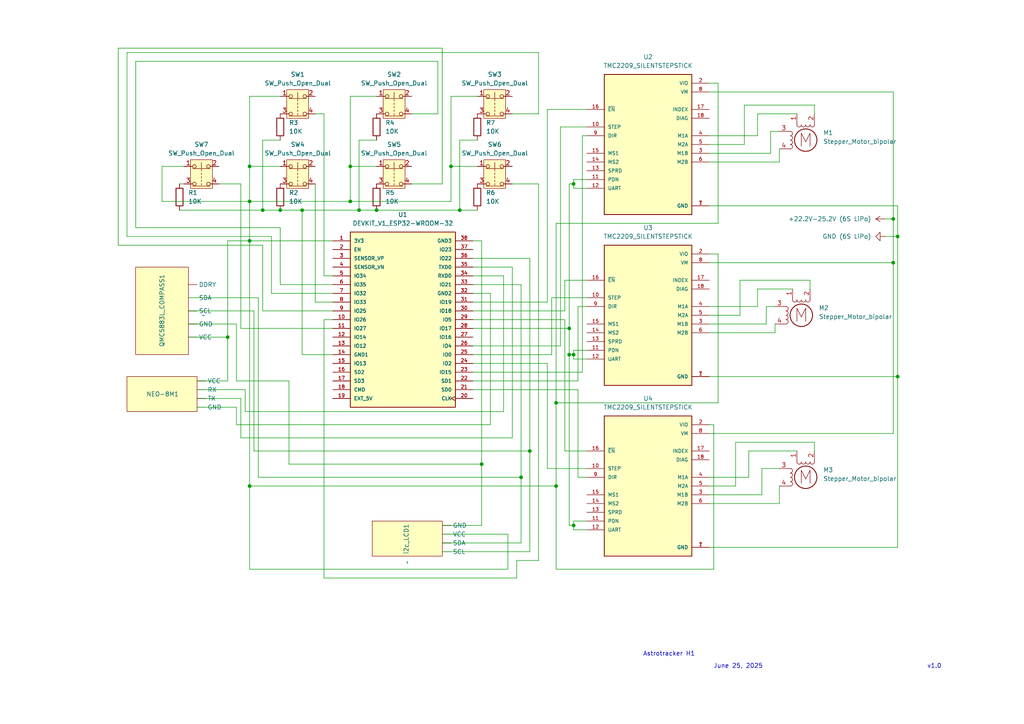
<source format=kicad_sch>
(kicad_sch (version 20250114) (generator "eeschema") (generator_version "9.0")
  (paper "A4")
  (lib_symbols
    (symbol "DEVKIT_V1_ESP32-WROOM-32:DEVKIT_V1_ESP32-WROOM-32" (pin_names (offset 1.016))
      (property "Reference" "U" (at -15.2572 26.0643 0))
      (property "Value" "DEVKIT_V1_ESP32-WROOM-32" (at -15.2563 -27.9698 0))
      (symbol "DEVKIT_V1_ESP32-WROOM-32_0_0"
        (rectangle (start -15.24 -25.4) (end 15.24 25.4) (stroke (width 0.254)) (fill (type background)))
        (pin power_in line (at -20.32 22.86 0) (length 5.08) (name "3V3") (number "1"))
        (pin input line (at -20.32 20.32 0) (length 5.08) (name "EN") (number "2"))
        (pin input line (at -20.32 17.78 0) (length 5.08) (name "SENSOR_VP") (number "3"))
        (pin input line (at -20.32 15.24 0) (length 5.08) (name "SENSOR_VN") (number "4"))
        (pin bidirectional line (at -20.32 12.7 0) (length 5.08) (name "IO34") (number "5"))
        (pin bidirectional line (at -20.32 10.16 0) (length 5.08) (name "IO35") (number "6"))
        (pin bidirectional line (at -20.32 7.62 0) (length 5.08) (name "IO32") (number "7"))
        (pin bidirectional line (at -20.32 5.08 0) (length 5.08) (name "IO33") (number "8"))
        (pin bidirectional line (at -20.32 2.54 0) (length 5.08) (name "IO25") (number "9"))
        (pin bidirectional line (at -20.32 0 0) (length 5.08) (name "IO26") (number "10"))
        (pin bidirectional line (at -20.32 -2.54 0) (length 5.08) (name "IO27") (number "11"))
        (pin bidirectional line (at -20.32 -5.08 0) (length 5.08) (name "IO14") (number "12"))
        (pin bidirectional line (at -20.32 -7.62 0) (length 5.08) (name "IO12") (number "13"))
        (pin power_in line (at -20.32 -10.16 0) (length 5.08) (name "GND1") (number "14"))
        (pin bidirectional line (at -20.32 -12.7 0) (length 5.08) (name "IO13") (number "15"))
        (pin bidirectional line (at -20.32 -15.24 0) (length 5.08) (name "SD2") (number "16"))
        (pin bidirectional line (at -20.32 -17.78 0) (length 5.08) (name "SD3") (number "17"))
        (pin bidirectional line (at -20.32 -20.32 0) (length 5.08) (name "CMD") (number "18"))
        (pin power_in line (at -20.32 -22.86 0) (length 5.08) (name "EXT_5V") (number "19"))
        (pin power_in line (at 20.32 22.86 180) (length 5.08) (name "GND3") (number "38"))
        (pin bidirectional line (at 20.32 20.32 180) (length 5.08) (name "IO23") (number "37"))
        (pin bidirectional line (at 20.32 17.78 180) (length 5.08) (name "IO22") (number "36"))
        (pin output line (at 20.32 15.24 180) (length 5.08) (name "TXD0") (number "35"))
        (pin input line (at 20.32 12.7 180) (length 5.08) (name "RXD0") (number "34"))
        (pin bidirectional line (at 20.32 10.16 180) (length 5.08) (name "IO21") (number "33"))
        (pin power_in line (at 20.32 7.62 180) (length 5.08) (name "GND2") (number "32"))
        (pin bidirectional line (at 20.32 5.08 180) (length 5.08) (name "IO19") (number "31"))
        (pin bidirectional line (at 20.32 2.54 180) (length 5.08) (name "IO18") (number "30"))
        (pin bidirectional line (at 20.32 0 180) (length 5.08) (name "IO5") (number "29"))
        (pin bidirectional line (at 20.32 -2.54 180) (length 5.08) (name "IO17") (number "28"))
        (pin bidirectional line (at 20.32 -5.08 180) (length 5.08) (name "IO16") (number "27"))
        (pin bidirectional line (at 20.32 -7.62 180) (length 5.08) (name "IO4") (number "26"))
        (pin bidirectional line (at 20.32 -10.16 180) (length 5.08) (name "IO0") (number "25"))
        (pin bidirectional line (at 20.32 -12.7 180) (length 5.08) (name "IO2") (number "24"))
        (pin bidirectional line (at 20.32 -15.24 180) (length 5.08) (name "IO15") (number "23"))
        (pin bidirectional line (at 20.32 -17.78 180) (length 5.08) (name "SD1") (number "22"))
        (pin bidirectional line (at 20.32 -20.32 180) (length 5.08) (name "SD0") (number "21"))
        (pin input clock (at 20.32 -22.86 180) (length 5.08) (name "CLK") (number "20"))
      )
    )
    (symbol "Device:R" (pin_numbers (hide yes)) (pin_names (offset 0))
      (property "Reference" "R" (at 2.032 0 90))
      (property "Value" "R" (at 0 0 90))
      (symbol "R_0_1"
        (rectangle (start -1.016 -2.54) (end 1.016 2.54) (stroke (width 0.254)))
      )
      (symbol "R_1_1"
        (pin passive line (at 0 3.81 270) (length 1.27) (name "~") (number "1"))
        (pin passive line (at 0 -3.81 90) (length 1.27) (name "~") (number "2"))
      )
    )
    (symbol "Motor:Stepper_Motor_bipolar" (pin_names (offset 0) (hide yes))
      (property "Reference" "M" (at 3.81 2.54 0))
      (property "Value" "Stepper_Motor_bipolar" (at 3.81 1.27 0))
      (symbol "Stepper_Motor_bipolar_0_0"
        (polyline (pts (xy -1.27 -1.778) (xy -1.27 2.032) (xy 0 -0.508) (xy 1.27 2.032) (xy 1.27 -1.778)))
      )
      (symbol "Stepper_Motor_bipolar_0_1"
        (polyline (pts (xy -5.08 2.54) (xy -4.445 2.54)))
        (polyline (pts (xy -5.08 -2.54) (xy -4.445 -2.54)))
        (arc (start -4.445 2.54) (mid -3.8127 1.905) (end -4.445 1.27))
        (arc (start -4.445 1.27) (mid -3.8127 0.635) (end -4.445 0))
        (arc (start -4.445 0) (mid -3.8127 -0.635) (end -4.445 -1.27))
        (arc (start -4.445 -1.27) (mid -3.8127 -1.905) (end -4.445 -2.54))
        (polyline (pts (xy -2.54 5.08) (xy -2.54 4.445)))
        (arc (start -1.27 4.445) (mid -1.905 3.8127) (end -2.54 4.445))
        (arc (start 0 4.445) (mid -0.635 3.8127) (end -1.27 4.445))
        (circle (center 0 0) (radius 3.2512) (stroke (width 0.254)))
        (arc (start 1.27 4.445) (mid 0.635 3.8127) (end 0 4.445))
        (arc (start 2.54 4.445) (mid 1.905 3.8127) (end 1.27 4.445))
        (polyline (pts (xy 2.54 5.08) (xy 2.54 4.445)))
      )
      (symbol "Stepper_Motor_bipolar_1_1"
        (pin passive line (at -7.62 2.54 0) (length 2.54) (name "~") (number "3"))
        (pin passive line (at -7.62 -2.54 0) (length 2.54) (name "~") (number "4"))
        (pin passive line (at -2.54 7.62 270) (length 2.54) (name "~") (number "1"))
        (pin passive line (at 2.54 7.62 270) (length 2.54) (name "-") (number "2"))
      )
    )
    (symbol "NEO_8M-symbol:GPS_NEO-8M"
      (property "Reference" "NEO-8M" (at 0 0 0))
      (symbol "GPS_NEO-8M_1_1"
        (rectangle (start -10.16 5.08) (end 10.16 -5.08) (fill (type background)))
        (pin input line (at 10.16 3.81 0) (length 2.54) (name "VCC") (number ""))
        (pin input line (at 10.16 1.27 0) (length 2.54) (name "RX") (number ""))
        (pin input line (at 10.16 -1.27 0) (length 2.54) (name "TX") (number ""))
        (pin input line (at 10.16 -3.81 0) (length 2.54) (name "GND") (number ""))
      )
    )
    (symbol "QMC5883L:QMC5883L"
      (property "Reference" "QMC5883L_COMPASS" (at 0 0 0))
      (symbol "QMC5883L_1_1"
        (rectangle (start -12.7 7.62) (end 12.7 -7.62) (fill (type background)))
        (pin input line (at -7.62 7.62 90) (length 2.54) (name "DDRY") (number ""))
        (pin input line (at -3.81 7.62 90) (length 2.54) (name "SDA") (number ""))
        (pin input line (at 0 7.62 90) (length 2.54) (name "SCL") (number ""))
        (pin input line (at 3.81 7.62 90) (length 2.54) (name "GND") (number ""))
        (pin input line (at 7.62 7.62 90) (length 2.54) (name "VCC") (number ""))
      )
    )
    (symbol "Switch:SW_Push_Open_Dual" (pin_names (offset 1.016) (hide yes))
      (property "Reference" "SW" (at 0 3.81 0))
      (property "Value" "SW_Push_Open_Dual" (at 0 -7.62 0))
      (symbol "SW_Push_Open_Dual_0_1"
        (circle (center -2.032 0) (radius 0.508))
        (circle (center -2.032 -5.08) (radius 0.508))
        (polyline (pts (xy 0 -0.635) (xy 0 1.143)))
        (polyline (pts (xy 0 -1.397) (xy 0 -0.889)))
        (polyline (pts (xy 0 -2.413) (xy 0 -1.905)))
        (polyline (pts (xy 0 -3.429) (xy 0 -2.921)))
        (polyline (pts (xy 0 -3.937) (xy 0 -4.445)))
        (polyline (pts (xy 0 -4.953) (xy 0 -5.461)))
        (circle (center 2.032 0) (radius 0.508))
        (circle (center 2.032 -5.08) (radius 0.508))
        (polyline (pts (xy 2.54 -0.635) (xy -2.54 -0.635)))
        (polyline (pts (xy 2.54 -5.715) (xy -2.54 -5.715)))
        (pin passive line (at -5.08 0 0) (length 2.54) (name "1") (number "1"))
        (pin passive line (at -5.08 -5.08 0) (length 2.54) (name "3") (number "3"))
        (pin passive line (at 5.08 0 180) (length 2.54) (name "2") (number "2"))
        (pin passive line (at 5.08 -5.08 180) (length 2.54) (name "4") (number "4"))
      )
      (symbol "SW_Push_Open_Dual_1_1"
        (rectangle (start -3.175 1.905) (end 3.175 -6.35) (fill (type background)))
      )
    )
    (symbol "TMC2209_MODULE:TMC2209_SILENTSTEPSTICK" (pin_names (offset 1.016))
      (property "Reference" "U" (at -12.7 22.86 0))
      (property "Value" "TMC2209_SILENTSTEPSTICK" (at -12.7 -22.86 0))
      (symbol "TMC2209_SILENTSTEPSTICK_0_0"
        (rectangle (start -12.7 -20.32) (end 12.7 20.32) (stroke (width 0.254)) (fill (type background)))
        (pin input line (at -17.78 10.16 0) (length 5.08) (name "~{EN}") (number "16"))
        (pin input line (at -17.78 5.08 0) (length 5.08) (name "STEP") (number "10"))
        (pin input line (at -17.78 2.54 0) (length 5.08) (name "DIR") (number "9"))
        (pin input line (at -17.78 -2.54 0) (length 5.08) (name "MS1") (number "15"))
        (pin input line (at -17.78 -5.08 0) (length 5.08) (name "MS2") (number "14"))
        (pin input line (at -17.78 -7.62 0) (length 5.08) (name "SPRD") (number "13"))
        (pin bidirectional line (at -17.78 -10.16 0) (length 5.08) (name "PDN") (number "11"))
        (pin bidirectional line (at -17.78 -12.7 0) (length 5.08) (name "UART") (number "12"))
        (pin power_in line (at 17.78 17.78 180) (length 5.08) (name "VIO") (number "2"))
        (pin power_in line (at 17.78 15.24 180) (length 5.08) (name "VM") (number "8"))
        (pin output line (at 17.78 10.16 180) (length 5.08) (name "INDEX") (number "17"))
        (pin output line (at 17.78 7.62 180) (length 5.08) (name "DIAG") (number "18"))
        (pin output line (at 17.78 2.54 180) (length 5.08) (name "M1A") (number "4"))
        (pin output line (at 17.78 0 180) (length 5.08) (name "M2A") (number "5"))
        (pin output line (at 17.78 -2.54 180) (length 5.08) (name "M1B") (number "3"))
        (pin output line (at 17.78 -5.08 180) (length 5.08) (name "M2B") (number "6"))
        (pin power_in line (at 17.78 -17.78 180) (length 5.08) (name "GND") (number "1"))
        (pin power_in line (at 17.78 -17.78 180) (length 5.08) (name "GND") (number "7"))
      )
    )
    (symbol "i2c_LCD:i2c_LCD"
      (property "Reference" "i2c_LCD" (at 0 0 0))
      (symbol "i2c_LCD_1_1"
        (rectangle (start -10.16 5.08) (end 10.16 -5.08) (fill (type background)))
        (pin input line (at 10.16 3.81 0) (length 2.54) (name "GND") (number ""))
        (pin input line (at 10.16 1.27 0) (length 2.54) (name "VCC") (number ""))
        (pin input line (at 10.16 -1.27 0) (length 2.54) (name "SDA") (number ""))
        (pin input line (at 10.16 -3.81 0) (length 2.54) (name "SCL") (number ""))
      )
    )
    (symbol "power:+24V" (power) (pin_numbers (hide yes)) (pin_names (offset 0) (hide yes))
      (property "Value" "+24V" (at 0 3.556 0))
      (symbol "+24V_0_1"
        (polyline (pts (xy -0.762 1.27) (xy 0 2.54)))
        (polyline (pts (xy 0 2.54) (xy 0.762 1.27)))
        (polyline (pts (xy 0 0) (xy 0 2.54)))
      )
      (symbol "+24V_1_1"
        (pin power_in line (at 0 0 90) (length 0) (name "~") (number "1"))
      )
    )
    (symbol "power:GND" (power) (pin_numbers (hide yes)) (pin_names (offset 0) (hide yes))
      (property "Value" "GND" (at 0 -3.81 0))
      (symbol "GND_0_1"
        (polyline (pts (xy 0 0) (xy 0 -1.27) (xy 1.27 -1.27) (xy 0 -2.54) (xy -1.27 -1.27) (xy 0 -1.27)))
      )
      (symbol "GND_1_1"
        (pin power_in line (at 0 0 270) (length 0) (name "~") (number "1"))
      )
    )
  )
  (text "v1.0" (at 271.018 193.294 0) (effects (font (size 1.27 1.27))))
  (text "June 25, 2025" (at 214.122 193.294 0) (effects (font (size 1.27 1.27))))
  (text "Astrotracker H1" (at 194.056 189.738 0) (effects (font (size 1.27 1.27))))
  (junction (at 72.39 69.85))
  (junction (at 139.7 134.62))
  (junction (at 66.04 97.79))
  (junction (at 130.81 48.26))
  (junction (at 72.39 48.26))
  (junction (at 260.35 109.22))
  (junction (at 151.13 138.43))
  (junction (at 259.08 76.2))
  (junction (at 133.35 60.96))
  (junction (at 109.22 60.96))
  (junction (at 161.29 116.84))
  (junction (at 72.39 140.97))
  (junction (at 101.6 58.42))
  (junction (at 87.63 60.96))
  (junction (at 165.1 95.25))
  (junction (at 161.29 140.97))
  (junction (at 72.39 58.42))
  (junction (at 166.37 152.4))
  (junction (at 153.67 130.81))
  (junction (at 101.6 48.26))
  (junction (at 260.35 68.58))
  (junction (at 76.2 60.96))
  (junction (at 165.1 102.87))
  (junction (at 259.08 63.5))
  (junction (at 166.37 102.87))
  (junction (at 104.14 60.96))
  (junction (at 81.28 60.96))
  (junction (at 166.37 53.34))
  (wire (pts (xy 78.74 68.58) (xy 78.74 85.09)))
  (wire (pts (xy 215.9 41.91) (xy 215.9 30.48)))
  (wire (pts (xy 217.17 138.43) (xy 217.17 130.81)))
  (wire (pts (xy 137.16 92.71) (xy 163.83 92.71)))
  (wire (pts (xy 68.58 123.19) (xy 68.58 118.11)))
  (wire (pts (xy 73.66 90.17) (xy 54.61 90.17)))
  (wire (pts (xy 220.98 143.51) (xy 220.98 135.89)))
  (wire (pts (xy 137.16 105.41) (xy 158.75 105.41)))
  (wire (pts (xy 234.95 81.28) (xy 234.95 83.82)))
  (wire (pts (xy 260.35 68.58) (xy 260.35 109.22)))
  (wire (pts (xy 76.2 40.64) (xy 76.2 60.96)))
  (wire (pts (xy 222.25 88.9) (xy 224.79 88.9)))
  (wire (pts (xy 217.17 130.81) (xy 231.14 130.81)))
  (wire (pts (xy 137.16 74.93) (xy 153.67 74.93)))
  (wire (pts (xy 137.16 110.49) (xy 167.64 110.49)))
  (wire (pts (xy 168.91 39.37) (xy 168.91 107.95)))
  (wire (pts (xy 128.27 13.97) (xy 34.29 13.97)))
  (wire (pts (xy 74.93 86.36) (xy 54.61 86.36)))
  (wire (pts (xy 166.37 54.61) (xy 170.18 54.61)))
  (wire (pts (xy 223.52 38.1) (xy 226.06 38.1)))
  (wire (pts (xy 72.39 165.1) (xy 72.39 140.97)))
  (wire (pts (xy 101.6 58.42) (xy 101.6 48.26)))
  (wire (pts (xy 148.59 53.34) (xy 156.21 53.34)))
  (wire (pts (xy 165.1 152.4) (xy 165.1 102.87)))
  (wire (pts (xy 260.35 109.22) (xy 205.74 109.22)))
  (wire (pts (xy 133.35 60.96) (xy 138.43 60.96)))
  (wire (pts (xy 166.37 152.4) (xy 165.1 152.4)))
  (wire (pts (xy 219.71 33.02) (xy 231.14 33.02)))
  (wire (pts (xy 69.85 95.25) (xy 96.52 95.25)))
  (wire (pts (xy 208.28 24.13) (xy 208.28 64.77)))
  (wire (pts (xy 166.37 101.6) (xy 170.18 101.6)))
  (wire (pts (xy 205.74 39.37) (xy 219.71 39.37)))
  (wire (pts (xy 93.98 33.02) (xy 93.98 80.01)))
  (wire (pts (xy 163.83 90.17) (xy 163.83 81.28)))
  (wire (pts (xy 223.52 44.45) (xy 223.52 38.1)))
  (wire (pts (xy 205.74 138.43) (xy 217.17 138.43)))
  (wire (pts (xy 127 33.02) (xy 127 17.78)))
  (wire (pts (xy 208.28 116.84) (xy 161.29 116.84)))
  (wire (pts (xy 213.36 128.27) (xy 236.22 128.27)))
  (wire (pts (xy 54.61 93.98) (xy 68.58 93.98)))
  (wire (pts (xy 156.21 33.02) (xy 156.21 15.24)))
  (wire (pts (xy 156.21 15.24) (xy 36.83 15.24)))
  (wire (pts (xy 68.58 110.49) (xy 83.82 110.49)))
  (wire (pts (xy 147.32 165.1) (xy 147.32 154.94)))
  (wire (pts (xy 205.74 123.19) (xy 207.01 123.19)))
  (wire (pts (xy 76.2 71.12) (xy 76.2 90.17)))
  (wire (pts (xy 167.64 110.49) (xy 167.64 88.9)))
  (wire (pts (xy 87.63 60.96) (xy 104.14 60.96)))
  (wire (pts (xy 137.16 90.17) (xy 163.83 90.17)))
  (wire (pts (xy 72.39 165.1) (xy 147.32 165.1)))
  (wire (pts (xy 146.05 80.01) (xy 137.16 80.01)))
  (wire (pts (xy 163.83 130.81) (xy 170.18 130.81)))
  (wire (pts (xy 130.81 48.26) (xy 130.81 27.94)))
  (wire (pts (xy 219.71 83.82) (xy 229.87 83.82)))
  (wire (pts (xy 165.1 102.87) (xy 166.37 102.87)))
  (wire (pts (xy 119.38 53.34) (xy 128.27 53.34)))
  (wire (pts (xy 78.74 85.09) (xy 96.52 85.09)))
  (wire (pts (xy 167.64 88.9) (xy 170.18 88.9)))
  (wire (pts (xy 259.08 63.5) (xy 259.08 76.2)))
  (wire (pts (xy 260.35 59.69) (xy 260.35 68.58)))
  (wire (pts (xy 236.22 128.27) (xy 236.22 130.81)))
  (wire (pts (xy 236.22 30.48) (xy 236.22 33.02)))
  (wire (pts (xy 39.37 17.78) (xy 39.37 66.04)))
  (wire (pts (xy 146.05 119.38) (xy 146.05 80.01)))
  (wire (pts (xy 205.74 91.44) (xy 214.63 91.44)))
  (wire (pts (xy 68.58 93.98) (xy 68.58 110.49)))
  (wire (pts (xy 207.01 123.19) (xy 207.01 165.1)))
  (wire (pts (xy 36.83 68.58) (xy 78.74 68.58)))
  (wire (pts (xy 161.29 140.97) (xy 72.39 140.97)))
  (wire (pts (xy 137.16 113.03) (xy 167.64 113.03)))
  (wire (pts (xy 163.83 92.71) (xy 163.83 130.81)))
  (wire (pts (xy 170.18 153.67) (xy 166.37 153.67)))
  (wire (pts (xy 91.44 53.34) (xy 91.44 87.63)))
  (wire (pts (xy 220.98 135.89) (xy 226.06 135.89)))
  (wire (pts (xy 139.7 152.4) (xy 128.27 152.4)))
  (wire (pts (xy 137.16 85.09) (xy 142.24 85.09)))
  (wire (pts (xy 101.6 58.42) (xy 130.81 58.42)))
  (wire (pts (xy 127 17.78) (xy 39.37 17.78)))
  (wire (pts (xy 69.85 53.34) (xy 69.85 95.25)))
  (wire (pts (xy 259.08 26.67) (xy 259.08 63.5)))
  (wire (pts (xy 128.27 157.48) (xy 151.13 157.48)))
  (wire (pts (xy 226.06 46.99) (xy 226.06 43.18)))
  (wire (pts (xy 101.6 48.26) (xy 109.22 48.26)))
  (wire (pts (xy 215.9 30.48) (xy 236.22 30.48)))
  (wire (pts (xy 165.1 95.25) (xy 165.1 102.87)))
  (wire (pts (xy 137.16 95.25) (xy 165.1 95.25)))
  (wire (pts (xy 91.44 87.63) (xy 96.52 87.63)))
  (wire (pts (xy 213.36 140.97) (xy 213.36 128.27)))
  (wire (pts (xy 139.7 134.62) (xy 139.7 152.4)))
  (wire (pts (xy 151.13 138.43) (xy 74.93 138.43)))
  (wire (pts (xy 72.39 140.97) (xy 72.39 69.85)))
  (wire (pts (xy 34.29 13.97) (xy 34.29 71.12)))
  (wire (pts (xy 81.28 40.64) (xy 76.2 40.64)))
  (wire (pts (xy 219.71 39.37) (xy 219.71 33.02)))
  (wire (pts (xy 161.29 116.84) (xy 161.29 140.97)))
  (wire (pts (xy 166.37 53.34) (xy 166.37 54.61)))
  (wire (pts (xy 72.39 27.94) (xy 81.28 27.94)))
  (wire (pts (xy 205.74 140.97) (xy 213.36 140.97)))
  (wire (pts (xy 148.59 77.47) (xy 148.59 127)))
  (wire (pts (xy 207.01 165.1) (xy 161.29 165.1)))
  (wire (pts (xy 160.02 86.36) (xy 170.18 86.36)))
  (wire (pts (xy 156.21 162.56) (xy 149.86 162.56)))
  (wire (pts (xy 137.16 87.63) (xy 158.75 87.63)))
  (wire (pts (xy 93.98 80.01) (xy 96.52 80.01)))
  (wire (pts (xy 57.15 110.49) (xy 66.04 110.49)))
  (wire (pts (xy 166.37 153.67) (xy 166.37 152.4)))
  (wire (pts (xy 72.39 69.85) (xy 96.52 69.85)))
  (wire (pts (xy 66.04 97.79) (xy 66.04 69.85)))
  (wire (pts (xy 166.37 53.34) (xy 166.37 52.07)))
  (wire (pts (xy 148.59 33.02) (xy 156.21 33.02)))
  (wire (pts (xy 168.91 107.95) (xy 137.16 107.95)))
  (wire (pts (xy 91.44 33.02) (xy 93.98 33.02)))
  (wire (pts (xy 259.08 76.2) (xy 259.08 125.73)))
  (wire (pts (xy 71.12 113.03) (xy 71.12 119.38)))
  (wire (pts (xy 81.28 66.04) (xy 81.28 82.55)))
  (wire (pts (xy 170.18 36.83) (xy 162.56 36.83)))
  (wire (pts (xy 205.74 73.66) (xy 208.28 73.66)))
  (wire (pts (xy 226.06 146.05) (xy 226.06 140.97)))
  (wire (pts (xy 63.5 53.34) (xy 69.85 53.34)))
  (wire (pts (xy 166.37 104.14) (xy 170.18 104.14)))
  (wire (pts (xy 160.02 102.87) (xy 160.02 86.36)))
  (wire (pts (xy 205.74 143.51) (xy 220.98 143.51)))
  (wire (pts (xy 260.35 158.75) (xy 205.74 158.75)))
  (wire (pts (xy 72.39 48.26) (xy 72.39 27.94)))
  (wire (pts (xy 256.54 68.58) (xy 260.35 68.58)))
  (wire (pts (xy 139.7 69.85) (xy 139.7 134.62)))
  (wire (pts (xy 142.24 123.19) (xy 68.58 123.19)))
  (wire (pts (xy 166.37 101.6) (xy 166.37 102.87)))
  (wire (pts (xy 162.56 100.33) (xy 137.16 100.33)))
  (wire (pts (xy 133.35 40.64) (xy 133.35 60.96)))
  (wire (pts (xy 205.74 146.05) (xy 226.06 146.05)))
  (wire (pts (xy 158.75 135.89) (xy 170.18 135.89)))
  (wire (pts (xy 87.63 60.96) (xy 87.63 102.87)))
  (wire (pts (xy 39.37 66.04) (xy 81.28 66.04)))
  (wire (pts (xy 170.18 39.37) (xy 168.91 39.37)))
  (wire (pts (xy 69.85 127) (xy 69.85 115.57)))
  (wire (pts (xy 66.04 69.85) (xy 72.39 69.85)))
  (wire (pts (xy 167.64 113.03) (xy 167.64 138.43)))
  (wire (pts (xy 104.14 40.64) (xy 104.14 60.96)))
  (wire (pts (xy 138.43 40.64) (xy 133.35 40.64)))
  (wire (pts (xy 151.13 157.48) (xy 151.13 138.43)))
  (wire (pts (xy 166.37 151.13) (xy 170.18 151.13)))
  (wire (pts (xy 72.39 48.26) (xy 81.28 48.26)))
  (wire (pts (xy 148.59 127) (xy 69.85 127)))
  (wire (pts (xy 208.28 73.66) (xy 208.28 116.84)))
  (wire (pts (xy 87.63 102.87) (xy 96.52 102.87)))
  (wire (pts (xy 101.6 48.26) (xy 101.6 27.94)))
  (wire (pts (xy 163.83 81.28) (xy 170.18 81.28)))
  (wire (pts (xy 68.58 118.11) (xy 57.15 118.11)))
  (wire (pts (xy 205.74 46.99) (xy 226.06 46.99)))
  (wire (pts (xy 109.22 40.64) (xy 104.14 40.64)))
  (wire (pts (xy 158.75 105.41) (xy 158.75 135.89)))
  (wire (pts (xy 147.32 154.94) (xy 128.27 154.94)))
  (wire (pts (xy 260.35 109.22) (xy 260.35 158.75)))
  (wire (pts (xy 54.61 97.79) (xy 66.04 97.79)))
  (wire (pts (xy 74.93 138.43) (xy 74.93 86.36)))
  (wire (pts (xy 101.6 27.94) (xy 109.22 27.94)))
  (wire (pts (xy 256.54 63.5) (xy 259.08 63.5)))
  (wire (pts (xy 83.82 110.49) (xy 83.82 134.62)))
  (wire (pts (xy 130.81 58.42) (xy 130.81 48.26)))
  (wire (pts (xy 81.28 82.55) (xy 96.52 82.55)))
  (wire (pts (xy 222.25 93.98) (xy 222.25 88.9)))
  (wire (pts (xy 158.75 87.63) (xy 158.75 31.75)))
  (wire (pts (xy 219.71 88.9) (xy 219.71 83.82)))
  (wire (pts (xy 153.67 130.81) (xy 73.66 130.81)))
  (wire (pts (xy 205.74 96.52) (xy 224.79 96.52)))
  (wire (pts (xy 72.39 58.42) (xy 72.39 48.26)))
  (wire (pts (xy 260.35 59.69) (xy 205.74 59.69)))
  (wire (pts (xy 224.79 96.52) (xy 224.79 93.98)))
  (wire (pts (xy 153.67 74.93) (xy 153.67 130.81)))
  (wire (pts (xy 161.29 64.77) (xy 208.28 64.77)))
  (wire (pts (xy 205.74 93.98) (xy 222.25 93.98)))
  (wire (pts (xy 214.63 91.44) (xy 214.63 81.28)))
  (wire (pts (xy 52.07 60.96) (xy 76.2 60.96)))
  (wire (pts (xy 72.39 58.42) (xy 101.6 58.42)))
  (wire (pts (xy 158.75 31.75) (xy 170.18 31.75)))
  (wire (pts (xy 93.98 92.71) (xy 96.52 92.71)))
  (wire (pts (xy 73.66 130.81) (xy 73.66 90.17)))
  (wire (pts (xy 46.99 58.42) (xy 46.99 48.26)))
  (wire (pts (xy 46.99 48.26) (xy 53.34 48.26)))
  (wire (pts (xy 128.27 160.02) (xy 153.67 160.02)))
  (wire (pts (xy 166.37 52.07) (xy 170.18 52.07)))
  (wire (pts (xy 149.86 167.64) (xy 93.98 167.64)))
  (wire (pts (xy 165.1 53.34) (xy 166.37 53.34)))
  (wire (pts (xy 57.15 113.03) (xy 71.12 113.03)))
  (wire (pts (xy 109.22 60.96) (xy 133.35 60.96)))
  (wire (pts (xy 151.13 138.43) (xy 151.13 82.55)))
  (wire (pts (xy 52.07 53.34) (xy 53.34 53.34)))
  (wire (pts (xy 119.38 33.02) (xy 127 33.02)))
  (wire (pts (xy 130.81 48.26) (xy 138.43 48.26)))
  (wire (pts (xy 137.16 102.87) (xy 160.02 102.87)))
  (wire (pts (xy 205.74 24.13) (xy 208.28 24.13)))
  (wire (pts (xy 205.74 44.45) (xy 223.52 44.45)))
  (wire (pts (xy 104.14 60.96) (xy 109.22 60.96)))
  (wire (pts (xy 162.56 36.83) (xy 162.56 100.33)))
  (wire (pts (xy 156.21 53.34) (xy 156.21 162.56)))
  (wire (pts (xy 130.81 27.94) (xy 138.43 27.94)))
  (wire (pts (xy 137.16 69.85) (xy 139.7 69.85)))
  (wire (pts (xy 72.39 58.42) (xy 46.99 58.42)))
  (wire (pts (xy 36.83 15.24) (xy 36.83 68.58)))
  (wire (pts (xy 161.29 165.1) (xy 161.29 140.97)))
  (wire (pts (xy 69.85 115.57) (xy 57.15 115.57)))
  (wire (pts (xy 167.64 138.43) (xy 170.18 138.43)))
  (wire (pts (xy 76.2 60.96) (xy 81.28 60.96)))
  (wire (pts (xy 34.29 71.12) (xy 76.2 71.12)))
  (wire (pts (xy 166.37 102.87) (xy 166.37 104.14)))
  (wire (pts (xy 259.08 125.73) (xy 205.74 125.73)))
  (wire (pts (xy 153.67 130.81) (xy 153.67 160.02)))
  (wire (pts (xy 259.08 26.67) (xy 205.74 26.67)))
  (wire (pts (xy 71.12 119.38) (xy 146.05 119.38)))
  (wire (pts (xy 161.29 64.77) (xy 161.29 116.84)))
  (wire (pts (xy 66.04 110.49) (xy 66.04 97.79)))
  (wire (pts (xy 137.16 77.47) (xy 148.59 77.47)))
  (wire (pts (xy 128.27 53.34) (xy 128.27 13.97)))
  (wire (pts (xy 166.37 152.4) (xy 166.37 151.13)))
  (wire (pts (xy 76.2 90.17) (xy 96.52 90.17)))
  (wire (pts (xy 205.74 41.91) (xy 215.9 41.91)))
  (wire (pts (xy 83.82 134.62) (xy 139.7 134.62)))
  (wire (pts (xy 72.39 58.42) (xy 72.39 69.85)))
  (wire (pts (xy 205.74 76.2) (xy 259.08 76.2)))
  (wire (pts (xy 142.24 85.09) (xy 142.24 123.19)))
  (wire (pts (xy 165.1 95.25) (xy 165.1 53.34)))
  (wire (pts (xy 151.13 82.55) (xy 137.16 82.55)))
  (wire (pts (xy 205.74 88.9) (xy 219.71 88.9)))
  (wire (pts (xy 93.98 167.64) (xy 93.98 92.71)))
  (wire (pts (xy 149.86 162.56) (xy 149.86 167.64)))
  (wire (pts (xy 214.63 81.28) (xy 234.95 81.28)))
  (wire (pts (xy 81.28 60.96) (xy 87.63 60.96)))
  (symbol (lib_id "Switch:SW_Push_Open_Dual") (at 58.42 48.26 0) (unit 1)
    (property "Reference" "SW7" (at 58.42 41.91 0))
    (property "Value" "SW_Push_Open_Dual" (at 58.42 44.45 0))
    (property "Description" "Push button switch, normally closed, generic, four pins" (effects (hide yes)))
  )
  (symbol (lib_id "i2c_LCD:i2c_LCD") (at 118.11 156.21 0) (unit 1)
    (property "Reference" "i2c_LCD1" (at 117.856 151.892 90) (effects (justify right)))
    (property "Value" "~" (at 118.11 162.56 90) (effects (justify right)))
  )
  (symbol (lib_id "Device:R") (at 109.22 36.83 0) (unit 1)
    (property "Reference" "R4" (at 111.76 35.5599 0) (effects (justify left)))
    (property "Value" "10K" (at 111.76 38.0999 0) (effects (justify left)))
    (property "Description" "Resistor" (effects (hide yes)))
  )
  (symbol (lib_id "power:GND") (at 256.54 68.58 270) (unit 1)
    (property "Reference" "#PWR01" (effects (hide yes)))
    (property "Value" "GND (6S LiPo)" (at 252.73 68.5801 90) (effects (justify right)))
    (property "Description" "Power symbol creates a global label with name \"GND\" , ground" (effects (hide yes)))
  )
  (symbol (lib_id "TMC2209_MODULE:TMC2209_SILENTSTEPSTICK") (at 187.96 41.91 0) (unit 1)
    (property "Reference" "U2" (at 187.96 16.51 0))
    (property "Value" "TMC2209_SILENTSTEPSTICK" (at 187.96 19.05 0))
    (property "Footprint" "TMC2209_SILENTSTEPSTICK:MODULE_TMC2209_SILENTSTEPSTICK" (effects (hide yes)))
    (property "MF" "Trinamic Motion Control GmbH" (effects (hide yes)))
    (property "Description_1" "TMC2209 Motor Controller/Driver Power Management Evaluation Board" (effects (hide yes)))
    (property "Package" "None" (effects (hide yes)))
    (property "Price" "None" (effects (hide yes)))
    (property "Check_prices" "https://www.snapeda.com/parts/TMC2209SILENTSTEPSTICK/Trinamic/view-part/?ref=eda" (effects (hide yes)))
    (property "STANDARD" "Manufacturer Recommendations" (effects (hide yes)))
    (property "PARTREV" "1.20" (effects (hide yes)))
    (property "SnapEDA_Link" "https://www.snapeda.com/parts/TMC2209SILENTSTEPSTICK/Trinamic/view-part/?ref=snap" (effects (hide yes)))
    (property "MP" "TMC2209SILENTSTEPSTICK" (effects (hide yes)))
    (property "MANUFACTURER" "Trinamic Motion Control GmbH" (effects (hide yes)))
    (property "Availability" "In Stock" (effects (hide yes)))
    (property "SNAPEDA_PN" "TMC2209 SILENTSTEPSTICK" (effects (hide yes)))
  )
  (symbol (lib_id "Switch:SW_Push_Open_Dual") (at 114.3 48.26 0) (unit 1)
    (property "Reference" "SW5" (at 114.3 41.91 0))
    (property "Value" "SW_Push_Open_Dual" (at 114.3 44.45 0))
    (property "Description" "Push button switch, normally closed, generic, four pins" (effects (hide yes)))
  )
  (symbol (lib_id "Motor:Stepper_Motor_bipolar") (at 233.68 40.64 0) (unit 1)
    (property "Reference" "M1" (at 238.76 38.519 0) (effects (justify left)))
    (property "Value" "Stepper_Motor_bipolar" (at 238.76 41.059 0) (effects (justify left)))
    (property "Datasheet" "http://www.infineon.com/dgdl/Application-Note-TLE8110EE_driving_UniPolarStepperMotor_V1.1.pdf?fileId=db3a30431be39b97011be5d0aa0a00b0" (effects (hide yes)))
    (property "Description" "4-wire bipolar stepper motor" (effects (hide yes)))
  )
  (symbol (lib_id "TMC2209_MODULE:TMC2209_SILENTSTEPSTICK") (at 187.96 140.97 0) (unit 1)
    (property "Reference" "U4" (at 187.96 115.57 0))
    (property "Value" "TMC2209_SILENTSTEPSTICK" (at 187.96 118.11 0))
    (property "Footprint" "TMC2209_SILENTSTEPSTICK:MODULE_TMC2209_SILENTSTEPSTICK" (effects (hide yes)))
    (property "MF" "Trinamic Motion Control GmbH" (effects (hide yes)))
    (property "Description_1" "TMC2209 Motor Controller/Driver Power Management Evaluation Board" (effects (hide yes)))
    (property "Package" "None" (effects (hide yes)))
    (property "Price" "None" (effects (hide yes)))
    (property "Check_prices" "https://www.snapeda.com/parts/TMC2209SILENTSTEPSTICK/Trinamic/view-part/?ref=eda" (effects (hide yes)))
    (property "STANDARD" "Manufacturer Recommendations" (effects (hide yes)))
    (property "PARTREV" "1.20" (effects (hide yes)))
    (property "SnapEDA_Link" "https://www.snapeda.com/parts/TMC2209SILENTSTEPSTICK/Trinamic/view-part/?ref=snap" (effects (hide yes)))
    (property "MP" "TMC2209SILENTSTEPSTICK" (effects (hide yes)))
    (property "MANUFACTURER" "Trinamic Motion Control GmbH" (effects (hide yes)))
    (property "Availability" "In Stock" (effects (hide yes)))
    (property "SNAPEDA_PN" "TMC2209 SILENTSTEPSTICK" (effects (hide yes)))
  )
  (symbol (lib_id "Switch:SW_Push_Open_Dual") (at 143.51 27.94 0) (unit 1)
    (property "Reference" "SW3" (at 143.51 21.59 0))
    (property "Value" "SW_Push_Open_Dual" (at 143.51 24.13 0))
    (property "Description" "Push button switch, normally closed, generic, four pins" (effects (hide yes)))
  )
  (symbol (lib_id "Device:R") (at 52.07 57.15 0) (unit 1)
    (property "Reference" "R1" (at 54.61 55.8799 0) (effects (justify left)))
    (property "Value" "10K" (at 54.61 58.4199 0) (effects (justify left)))
    (property "Description" "Resistor" (effects (hide yes)))
  )
  (symbol (lib_id "Motor:Stepper_Motor_bipolar") (at 232.41 91.44 0) (unit 1)
    (property "Reference" "M2" (at 237.49 89.319 0) (effects (justify left)))
    (property "Value" "Stepper_Motor_bipolar" (at 237.49 91.859 0) (effects (justify left)))
    (property "Datasheet" "http://www.infineon.com/dgdl/Application-Note-TLE8110EE_driving_UniPolarStepperMotor_V1.1.pdf?fileId=db3a30431be39b97011be5d0aa0a00b0" (effects (hide yes)))
    (property "Description" "4-wire bipolar stepper motor" (effects (hide yes)))
  )
  (symbol (lib_id "Switch:SW_Push_Open_Dual") (at 86.36 48.26 0) (unit 1)
    (property "Reference" "SW4" (at 86.36 41.91 0))
    (property "Value" "SW_Push_Open_Dual" (at 86.36 44.45 0))
    (property "Description" "Push button switch, normally closed, generic, four pins" (effects (hide yes)))
  )
  (symbol (lib_id "NEO_8M-symbol:GPS_NEO-8M") (at 46.99 114.3 0) (unit 1)
    (property "Reference" "NEO-8M1" (at 42.418 114.3 0) (effects (justify left)))
    (property "Value" "~" (at 60.96 115.57 0) (effects (justify left)))
    (property "Footprint" "NEO-8M:GPS NEO-8M" (effects (hide yes)))
  )
  (symbol (lib_id "Motor:Stepper_Motor_bipolar") (at 233.68 138.43 0) (unit 1)
    (property "Reference" "M3" (at 238.76 136.309 0) (effects (justify left)))
    (property "Value" "Stepper_Motor_bipolar" (at 238.76 138.849 0) (effects (justify left)))
    (property "Datasheet" "http://www.infineon.com/dgdl/Application-Note-TLE8110EE_driving_UniPolarStepperMotor_V1.1.pdf?fileId=db3a30431be39b97011be5d0aa0a00b0" (effects (hide yes)))
    (property "Description" "4-wire bipolar stepper motor" (effects (hide yes)))
  )
  (symbol (lib_id "Switch:SW_Push_Open_Dual") (at 114.3 27.94 0) (unit 1)
    (property "Reference" "SW2" (at 114.3 21.59 0))
    (property "Value" "SW_Push_Open_Dual" (at 114.3 24.13 0))
    (property "Description" "Push button switch, normally closed, generic, four pins" (effects (hide yes)))
  )
  (symbol (lib_id "TMC2209_MODULE:TMC2209_SILENTSTEPSTICK") (at 187.96 91.44 0) (unit 1)
    (property "Reference" "U3" (at 187.96 66.04 0))
    (property "Value" "TMC2209_SILENTSTEPSTICK" (at 187.96 68.58 0))
    (property "Footprint" "TMC2209_SILENTSTEPSTICK:MODULE_TMC2209_SILENTSTEPSTICK" (effects (hide yes)))
    (property "MF" "Trinamic Motion Control GmbH" (effects (hide yes)))
    (property "Description_1" "TMC2209 Motor Controller/Driver Power Management Evaluation Board" (effects (hide yes)))
    (property "Package" "None" (effects (hide yes)))
    (property "Price" "None" (effects (hide yes)))
    (property "Check_prices" "https://www.snapeda.com/parts/TMC2209SILENTSTEPSTICK/Trinamic/view-part/?ref=eda" (effects (hide yes)))
    (property "STANDARD" "Manufacturer Recommendations" (effects (hide yes)))
    (property "PARTREV" "1.20" (effects (hide yes)))
    (property "SnapEDA_Link" "https://www.snapeda.com/parts/TMC2209SILENTSTEPSTICK/Trinamic/view-part/?ref=snap" (effects (hide yes)))
    (property "MP" "TMC2209SILENTSTEPSTICK" (effects (hide yes)))
    (property "MANUFACTURER" "Trinamic Motion Control GmbH" (effects (hide yes)))
    (property "Availability" "In Stock" (effects (hide yes)))
    (property "SNAPEDA_PN" "TMC2209 SILENTSTEPSTICK" (effects (hide yes)))
  )
  (symbol (lib_id "DEVKIT_V1_ESP32-WROOM-32:DEVKIT_V1_ESP32-WROOM-32") (at 116.84 92.71 0) (unit 1)
    (property "Reference" "U1" (at 116.84 62.23 0))
    (property "Value" "DEVKIT_V1_ESP32-WROOM-32" (at 116.84 64.77 0))
    (property "Footprint" "DEVKIT_V1_ESP32-WROOM-32:MODULE_DEVKIT_V1_ESP32-WROOM-32" (effects (hide yes)))
    (property "MF" "Espressif Systems" (effects (hide yes)))
    (property "Description_1" "WROOM-32 Development Board ESP32 ESP-32S WiFi Bluetooth Dev Module" (effects (hide yes)))
    (property "Package" "Package" (effects (hide yes)))
    (property "Price" "None" (effects (hide yes)))
    (property "Check_prices" "https://www.snapeda.com/parts/DEVKIT%20V1%20ESP32-WROOM-32/Espressif+Systems/view-part/?ref=eda" (effects (hide yes)))
    (property "STANDARD" "Manufacturer Recommendations" (effects (hide yes)))
    (property "PARTREV" "N/A" (effects (hide yes)))
    (property "SnapEDA_Link" "https://www.snapeda.com/parts/DEVKIT%20V1%20ESP32-WROOM-32/Espressif+Systems/view-part/?ref=snap" (effects (hide yes)))
    (property "MP" "DEVKIT V1 ESP32-WROOM-32" (effects (hide yes)))
    (property "Availability" "Not in stock" (effects (hide yes)))
    (property "MANUFACTURER" "Espressif Systems" (effects (hide yes)))
  )
  (symbol (lib_id "Device:R") (at 138.43 36.83 0) (unit 1)
    (property "Reference" "R7" (at 140.97 35.5599 0) (effects (justify left)))
    (property "Value" "10K" (at 140.97 38.0999 0) (effects (justify left)))
    (property "Description" "Resistor" (effects (hide yes)))
  )
  (symbol (lib_id "Device:R") (at 81.28 57.15 0) (unit 1)
    (property "Reference" "R2" (at 83.82 55.8799 0) (effects (justify left)))
    (property "Value" "10K" (at 83.82 58.4199 0) (effects (justify left)))
    (property "Description" "Resistor" (effects (hide yes)))
  )
  (symbol (lib_id "Device:R") (at 81.28 36.83 0) (unit 1)
    (property "Reference" "R3" (at 83.82 35.5599 0) (effects (justify left)))
    (property "Value" "10K" (at 83.82 38.0999 0) (effects (justify left)))
    (property "Description" "Resistor" (effects (hide yes)))
  )
  (symbol (lib_id "QMC5883L:QMC5883L") (at 46.99 90.17 270) (unit 1)
    (property "Reference" "QMC5883L_COMPASS1" (at 46.99 79.502 0) (effects (justify left)))
    (property "Value" "~" (at 58.42 91.44 90) (effects (justify left)))
  )
  (symbol (lib_id "power:+24V") (at 256.54 63.5 90) (unit 1)
    (property "Reference" "#PWR02" (effects (hide yes)))
    (property "Value" "+22.2V-25.2V (6S LiPo)" (at 252.73 63.5001 90) (effects (justify left)))
    (property "Description" "Power symbol creates a global label with name \"+24V\"" (effects (hide yes)))
  )
  (symbol (lib_id "Device:R") (at 138.43 57.15 0) (unit 1)
    (property "Reference" "R6" (at 140.97 55.8799 0) (effects (justify left)))
    (property "Value" "10K" (at 140.97 58.4199 0) (effects (justify left)))
    (property "Description" "Resistor" (effects (hide yes)))
  )
  (symbol (lib_id "Device:R") (at 109.22 57.15 0) (unit 1)
    (property "Reference" "R5" (at 111.76 55.8799 0) (effects (justify left)))
    (property "Value" "10K" (at 111.76 58.4199 0) (effects (justify left)))
    (property "Description" "Resistor" (effects (hide yes)))
  )
  (symbol (lib_id "Switch:SW_Push_Open_Dual") (at 143.51 48.26 0) (unit 1)
    (property "Reference" "SW6" (at 143.51 41.91 0))
    (property "Value" "SW_Push_Open_Dual" (at 143.51 44.45 0))
    (property "Description" "Push button switch, normally closed, generic, four pins" (effects (hide yes)))
  )
  (symbol (lib_id "Switch:SW_Push_Open_Dual") (at 86.36 27.94 0) (unit 1)
    (property "Reference" "SW1" (at 86.36 21.59 0))
    (property "Value" "SW_Push_Open_Dual" (at 86.36 24.13 0))
    (property "Description" "Push button switch, normally closed, generic, four pins" (effects (hide yes)))
  )
)
</source>
